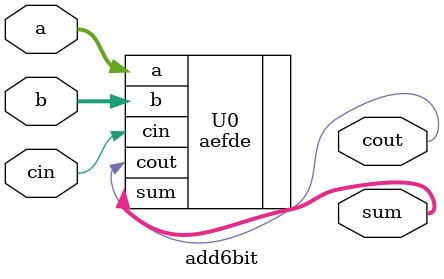
<source format=v>
`timescale 1ns / 1ps
module add6bit(a,b,sum,cin,cout);
  parameter N=6;
  input [N-1:0] a,b;
  input cin;
  output [N-1:0] sum;
  output cout;
  
  aefde #(N) U0(.a(a),.b(b),.cin(cin),.sum(sum),.cout(cout));


endmodule

</source>
